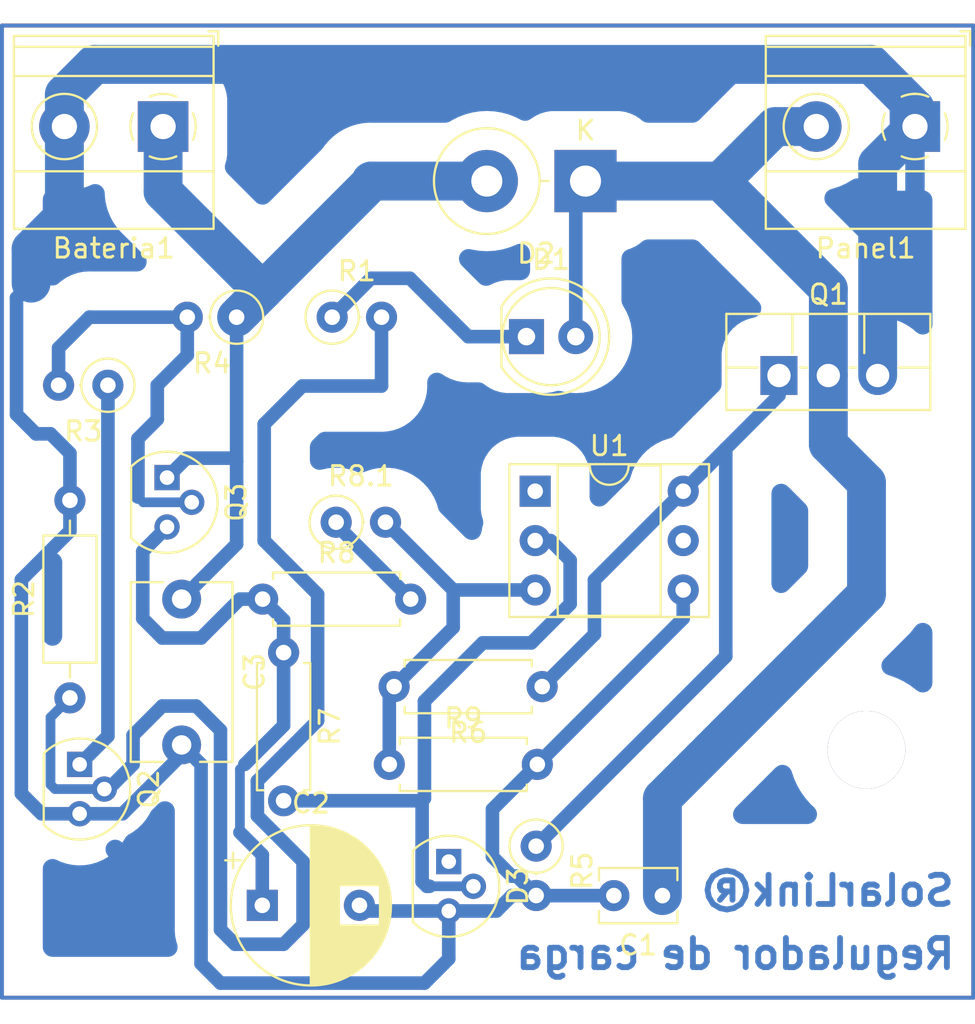
<source format=kicad_pcb>
(kicad_pcb (version 20211014) (generator pcbnew)
  (layers (0 "F.Cu" signal) (31 "B.Cu" signal) (34 "B.Paste" user) (35 "F.Paste" user) (36 "B.SilkS" user "B.Silkscreen") (37 "F.SilkS" user "F.Silkscreen") (38 "B.Mask" user) (39 "F.Mask" user) (44 "Edge.Cuts" user))
  (net 0 "")
  (net 1 "Net-(Bateria1-Pad1)")
  (net 2 "GND")
  (net 3 "Net-(D1-Pad1)")
  (net 4 "Net-(C1-Pad1)")
  (net 5 "Net-(C2-Pad1)")
  (net 6 "Net-(D3-Pad2)")
  (net 7 "Net-(Q2-Pad1)")
  (net 8 "Net-(Q1-Pad1)")
  (net 9 "Net-(Q2-Pad2)")
  (net 10 "Net-(Q3-Pad2)")
  (net 11 "Net-(R8-Pad2)")
  (net 13 "Net-(R9-Pad1)")
  (footprint "Capacitor_THT:C_Disc_D3.8mm_W2.6mm_P2.50mm" (layer "F.Cu") (at 66 75.75 180)
    (fp_text reference "C1" (at 1.25 -2.55) (layer "F.SilkS"))
    (fp_text value "100n")
    (fp_line (start -0.77 -1.42) (end 3.27 -1.42) (layer "F.SilkS") (width 0.12))
    (fp_line (start -0.77 1.42) (end 3.27 1.42) (layer "F.SilkS") (width 0.12))
    (fp_line (start 3.27 -1.42) (end 3.27 -0.795) (layer "F.SilkS") (width 0.12))
    (fp_line (start -0.77 0.795) (end -0.77 1.42) (layer "F.SilkS") (width 0.12))
    (fp_line (start -0.77 -1.42) (end -0.77 -0.795) (layer "F.SilkS") (width 0.12))
    (fp_line (start 3.27 0.795) (end 3.27 1.42) (layer "F.SilkS") (width 0.12))
    (pad "1" thru_hole circle (at 0 0 180) (size 1.6 1.6) (drill 0.8) (layers *.Cu *.Mask) (net 4 "Net-(C1-Pad1)"))
    (pad "2" thru_hole circle (at 2.5 0 180) (size 1.6 1.6) (drill 0.8) (layers *.Cu *.Mask) (net 2 "GND"))
  )
  (footprint "Package_DIP:DIP-6_W7.62mm_Socket" (layer "F.Cu") (at 59.45 54.95)
    (fp_text reference "U1" (at 3.81 -2.33) (layer "F.SilkS"))
    (fp_text value "TLC271")
    (fp_line (start 1.16 6.41) (end 6.46 6.41) (layer "F.SilkS") (width 0.12))
    (fp_line (start 6.46 -1.33) (end 4.81 -1.33) (layer "F.SilkS") (width 0.12))
    (fp_line (start 6.46 6.41) (end 6.46 -1.33) (layer "F.SilkS") (width 0.12))
    (fp_line (start 2.81 -1.33) (end 1.16 -1.33) (layer "F.SilkS") (width 0.12))
    (fp_line (start 8.95 6.47) (end 8.95 -1.39) (layer "F.SilkS") (width 0.12))
    (fp_line (start 1.16 -1.33) (end 1.16 6.41) (layer "F.SilkS") (width 0.12))
    (fp_line (start 8.95 -1.39) (end -1.33 -1.39) (layer "F.SilkS") (width 0.12))
    (fp_line (start -1.33 6.47) (end 8.95 6.47) (layer "F.SilkS") (width 0.12))
    (fp_line (start -1.33 -1.39) (end -1.33 6.47) (layer "F.SilkS") (width 0.12))
    (fp_arc (start 4.81 -1.33) (mid 3.81 -0.33) (end 2.81 -1.33) (layer "F.SilkS") (width 0.12))
    (pad "1" thru_hole rect (at 0 0) (size 1.6 1.6) (drill 0.8) (layers *.Cu *.Mask))
    (pad "2" thru_hole oval (at 0 2.54) (size 1.6 1.6) (drill 0.8) (layers *.Cu *.Mask) (net 6 "Net-(D3-Pad2)"))
    (pad "3" thru_hole oval (at 0 5.08) (size 1.6 1.6) (drill 0.8) (layers *.Cu *.Mask) (net 13 "Net-(R9-Pad1)"))
    (pad "4" thru_hole oval (at 7.62 5.08) (size 1.6 1.6) (drill 0.8) (layers *.Cu *.Mask) (net 2 "GND"))
    (pad "5" thru_hole oval (at 7.62 2.54) (size 1.6 1.6) (drill 0.8) (layers *.Cu *.Mask))
    (pad "6" thru_hole oval (at 7.62 0) (size 1.6 1.6) (drill 0.8) (layers *.Cu *.Mask) (net 8 "Net-(Q1-Pad1)"))
  )
  (footprint "Package_TO_SOT_THT:TO-92" (layer "F.Cu") (at 36 69 -90)
    (fp_text reference "Q2" (at 1.27 -3.56 90) (layer "F.SilkS"))
    (fp_text value "BC548")
    (fp_line (start -0.53 1.85) (end 3.07 1.85) (layer "F.SilkS") (width 0.12))
    (fp_arc (start 1.27 -2.6) (mid 3.672087 -0.994977) (end 3.108478 1.838478) (layer "F.SilkS") (width 0.12))
    (fp_arc (start -0.568478 1.838478) (mid -1.132087 -0.994977) (end 1.27 -2.6) (layer "F.SilkS") (width 0.12))
    (pad "1" thru_hole rect (at 0 0 270) (size 1.3 1.3) (drill 0.75) (layers *.Cu *.Mask) (net 7 "Net-(Q2-Pad1)"))
    (pad "2" thru_hole circle (at 1.27 -1.27 270) (size 1.3 1.3) (drill 0.75) (layers *.Cu *.Mask) (net 9 "Net-(Q2-Pad2)"))
    (pad "3" thru_hole circle (at 2.54 0 270) (size 1.3 1.3) (drill 0.75) (layers *.Cu *.Mask) (net 2 "GND"))
  )
  (footprint "Resistor_THT:R_Axial_DIN0207_L6.3mm_D2.5mm_P7.62mm_Horizontal" (layer "F.Cu") (at 59.81 65 180)
    (fp_text reference "R6" (at 3.81 -2.37) (layer "F.SilkS"))
    (fp_text value "22Ok")
    (fp_line (start 0.54 -1.37) (end 7.08 -1.37) (layer "F.SilkS") (width 0.12))
    (fp_line (start 0.54 -1.04) (end 0.54 -1.37) (layer "F.SilkS") (width 0.12))
    (fp_line (start 0.54 1.04) (end 0.54 1.37) (layer "F.SilkS") (width 0.12))
    (fp_line (start 0.54 1.37) (end 7.08 1.37) (layer "F.SilkS") (width 0.12))
    (fp_line (start 7.08 1.37) (end 7.08 1.04) (layer "F.SilkS") (width 0.12))
    (fp_line (start 7.08 -1.37) (end 7.08 -1.04) (layer "F.SilkS") (width 0.12))
    (pad "1" thru_hole circle (at 0 0 180) (size 1.6 1.6) (drill 0.8) (layers *.Cu *.Mask) (net 8 "Net-(Q1-Pad1)"))
    (pad "2" thru_hole oval (at 7.62 0 180) (size 1.6 1.6) (drill 0.8) (layers *.Cu *.Mask) (net 13 "Net-(R9-Pad1)"))
  )
  (footprint "Resistor_THT:R_Axial_DIN0207_L6.3mm_D2.5mm_P2.54mm_Vertical" (layer "F.Cu") (at 44.08 46 180)
    (fp_text reference "R4" (at 1.27 -2.37 180) (layer "F.SilkS"))
    (fp_text value "10k")
    (fp_line (start 1.37 0) (end 1.44 0) (layer "F.SilkS") (width 0.12))
    (fp_circle (center 0 0) (end 1.37 0) (layer "F.SilkS") (width 0.12) (fill none))
    (pad "1" thru_hole circle (at 0 0 180) (size 1.6 1.6) (drill 0.8) (layers *.Cu *.Mask) (net 1 "Net-(Bateria1-Pad1)"))
    (pad "2" thru_hole oval (at 2.54 0 180) (size 1.6 1.6) (drill 0.8) (layers *.Cu *.Mask) (net 10 "Net-(Q3-Pad2)"))
  )
  (footprint "Capacitor_THT:CP_Radial_D8.0mm_P5.00mm" (layer "F.Cu") (at 45.402651 76.25)
    (fp_text reference "C2" (at 2.5 -5.25) (layer "F.SilkS"))
    (fp_text value "1000u")
    (fp_line (start 2.98 -4.052) (end 2.98 4.052) (layer "F.SilkS") (width 0.12))
    (fp_line (start 5.981 -2.166) (end 5.981 -1.04) (layer "F.SilkS") (width 0.12))
    (fp_line (start 5.221 -3.055) (end 5.221 -1.04) (layer "F.SilkS") (width 0.12))
    (fp_line (start 5.701 -2.556) (end 5.701 -1.04) (layer "F.SilkS") (width 0.12))
    (fp_line (start 5.141 1.04) (end 5.141 3.124) (layer "F.SilkS") (width 0.12))
    (fp_line (start 5.141 -3.124) (end 5.141 -1.04) (layer "F.SilkS") (width 0.12))
    (fp_line (start 4.741 1.04) (end 4.741 3.418) (layer "F.SilkS") (width 0.12))
    (fp_line (start 3.981 -3.805) (end 3.981 -1.04) (layer "F.SilkS") (width 0.12))
    (fp_line (start 4.141 -3.74) (end 4.141 -1.04) (layer "F.SilkS") (width 0.12))
    (fp_line (start 3.261 -4.01) (end 3.261 4.01) (layer "F.SilkS") (width 0.12))
    (fp_line (start 4.141 1.04) (end 4.141 3.74) (layer "F.SilkS") (width 0.12))
    (fp_line (start 3.301 -4.002) (end 3.301 4.002) (layer "F.SilkS") (width 0.12))
    (fp_line (start 5.061 -3.189) (end 5.061 -1.04) (layer "F.SilkS") (width 0.12))
    (fp_line (start 2.82 -4.068) (end 2.82 4.068) (layer "F.SilkS") (width 0.12))
    (fp_line (start 6.181 -1.813) (end 6.181 1.813) (layer "F.SilkS") (width 0.12))
    (fp_line (start 3.341 -3.994) (end 3.341 3.994) (layer "F.SilkS") (width 0.12))
    (fp_line (start 4.101 -3.757) (end 4.101 -1.04) (layer "F.SilkS") (width 0.12))
    (fp_line (start 5.021 -3.22) (end 5.021 -1.04) (layer "F.SilkS") (width 0.12))
    (fp_line (start 5.981 1.04) (end 5.981 2.166) (layer "F.SilkS") (width 0.12))
    (fp_line (start 5.781 -2.454) (end 5.781 -1.04) (layer "F.SilkS") (width 0.12))
    (fp_line (start 2.66 -4.077) (end 2.66 4.077) (layer "F.SilkS") (width 0.12))
    (fp_line (start 4.861 1.04) (end 4.861 3.338) (layer "F.SilkS") (width 0.12))
    (fp_line (start 6.021 -2.102) (end 6.021 -1.04) (layer "F.SilkS") (width 0.12))
    (fp_line (start 5.661 1.04) (end 5.661 2.604) (layer "F.SilkS") (width 0.12))
    (fp_line (start 4.181 -3.722) (end 4.181 -1.04) (layer "F.SilkS") (width 0.12))
    (fp_line (start 5.381 -2.907) (end 5.381 -1.04) (layer "F.SilkS") (width 0.12))
    (fp_line (start 6.421 -1.229) (end 6.421 1.229) (layer "F.SilkS") (width 0.12))
    (fp_line (start 2.9 -4.061) (end 2.9 4.061) (layer "F.SilkS") (width 0.12))
    (fp_line (start 4.941 1.04) (end 4.941 3.28) (layer "F.SilkS") (width 0.12))
    (fp_line (start 4.861 -3.338) (end 4.861 -1.04) (layer "F.SilkS") (width 0.12))
    (fp_line (start 4.901 1.04) (end 4.901 3.309) (layer "F.SilkS") (width 0.12))
    (fp_line (start 4.821 1.04) (end 4.821 3.365) (layer "F.SilkS") (width 0.12))
    (fp_line (start 5.461 -2.826) (end 5.461 -1.04) (layer "F.SilkS") (width 0.12))
    (fp_line (start 4.581 1.04) (end 4.581 3.517) (layer "F.SilkS") (width 0.12))
    (fp_line (start 4.101 1.04) (end 4.101 3.757) (layer "F.SilkS") (width 0.12))
    (fp_line (start 3.861 -3.85) (end 3.861 3.85) (layer "F.SilkS") (width 0.12))
    (fp_line (start 2.94 -4.057) (end 2.94 4.057) (layer "F.SilkS") (width 0.12))
    (fp_line (start 5.381 1.04) (end 5.381 2.907) (layer "F.SilkS") (width 0.12))
    (fp_line (start 3.541 -3.947) (end 3.541 3.947) (layer "F.SilkS") (width 0.12))
    (fp_line (start 6.461 -1.098) (end 6.461 1.098) (layer "F.SilkS") (width 0.12))
    (fp_line (start 5.861 -2.345) (end 5.861 -1.04) (layer "F.SilkS") (width 0.12))
    (fp_line (start 2.54 -4.08) (end 2.54 4.08) (layer "F.SilkS") (width 0.12))
    (fp_line (start 3.821 -3.863) (end 3.821 3.863) (layer "F.SilkS") (width 0.12))
    (fp_line (start -1.509698 -2.715) (end -1.509698 -1.915) (layer "F.SilkS") (width 0.12))
    (fp_line (start 4.821 -3.365) (end 4.821 -1.04) (layer "F.SilkS") (width 0.12))
    (fp_line (start 6.301 -1.552) (end 6.301 1.552) (layer "F.SilkS") (width 0.12))
    (fp_line (start 5.541 1.04) (end 5.541 2.741) (layer "F.SilkS") (width 0.12))
    (fp_line (start 4.661 -3.469) (end 4.661 -1.04) (layer "F.SilkS") (width 0.12))
    (fp_line (start 4.981 -3.25) (end 4.981 -1.04) (layer "F.SilkS") (width 0.12))
    (fp_line (start 5.581 1.04) (end 5.581 2.697) (layer "F.SilkS") (width 0.12))
    (fp_line (start 5.341 -2.945) (end 5.341 -1.04) (layer "F.SilkS") (width 0.12))
    (fp_line (start 5.101 -3.156) (end 5.101 -1.04) (layer "F.SilkS") (width 0.12))
    (fp_line (start 5.181 -3.09) (end 5.181 -1.04) (layer "F.SilkS") (width 0.12))
    (fp_line (start 5.101 1.04) (end 5.101 3.156) (layer "F.SilkS") (width 0.12))
    (fp_line (start 4.261 -3.686) (end 4.261 -1.04) (layer "F.SilkS") (width 0.12))
    (fp_line (start 4.341 -3.647) (end 4.341 -1.04) (layer "F.SilkS") (width 0.12))
    (fp_line (start 5.501 -2.784) (end 5.501 -1.04) (layer "F.SilkS") (width 0.12))
    (fp_line (start 6.541 -0.768) (end 6.541 0.768) (layer "F.SilkS") (width 0.12))
    (fp_line (start 3.581 -3.936) (end 3.581 3.936) (layer "F.SilkS") (width 0.12))
    (fp_line (start 6.061 -2.034) (end 6.061 2.034) (layer "F.SilkS") (width 0.12))
    (fp_line (start 3.221 -4.017) (end 3.221 4.017) (layer "F.SilkS") (width 0.12))
    (fp_line (start 5.741 1.04) (end 5.741 2.505) (layer "F.SilkS") (width 0.12))
    (fp_line (start 3.18 -4.024) (end 3.18 4.024) (layer "F.SilkS") (width 0.12))
    (fp_line (start 2.62 -4.079) (end 2.62 4.079) (layer "F.SilkS") (width 0.12))
    (fp_line (start 5.621 -2.651) (end 5.621 -1.04) (layer "F.SilkS") (width 0.12))
    (fp_line (start 3.701 -3.902) (end 3.701 3.902) (layer "F.SilkS") (width 0.12))
    (fp_line (start 5.581 -2.697) (end 5.581 -1.04) (layer "F.SilkS") (width 0.12))
    (fp_line (start 4.781 -3.392) (end 4.781 -1.04) (layer "F.SilkS") (width 0.12))
    (fp_line (start 4.261 1.04) (end 4.261 3.686) (layer "F.SilkS") (width 0.12))
    (fp_line (start 4.421 -3.606) (end 4.421 -1.04) (layer "F.SilkS") (width 0.12))
    (fp_line (start 6.221 -1.731) (end 6.221 1.731) (layer "F.SilkS") (width 0.12))
    (fp_line (start 5.781 1.04) (end 5.781 2.454) (layer "F.SilkS") (width 0.12))
    (fp_line (start -1.909698 -2.315) (end -1.109698 -2.315) (layer "F.SilkS") (width 0.12))
    (fp_line (start 6.381 -1.346) (end 6.381 1.346) (layer "F.SilkS") (width 0.12))
    (fp_line (start 4.541 1.04) (end 4.541 3.54) (layer "F.SilkS") (width 0.12))
    (fp_line (start 5.821 1.04) (end 5.821 2.4) (layer "F.SilkS") (width 0.12))
    (fp_line (start 5.061 1.04) (end 5.061 3.189) (layer "F.SilkS") (width 0.12))
    (fp_line (start 4.941 -3.28) (end 4.941 -1.04) (layer "F.SilkS") (width 0.12))
    (fp_line (start 5.181 1.04) (end 5.181 3.09) (layer "F.SilkS") (width 0.12))
    (fp_line (start 4.501 1.04) (end 4.501 3.562) (layer "F.SilkS") (width 0.12))
    (fp_line (start 5.661 -2.604) (end 5.661 -1.04) (layer "F.SilkS") (width 0.12))
    (fp_line (start 5.341 1.04) (end 5.341 2.945) (layer "F.SilkS") (width 0.12))
    (fp_line (start 5.541 -2.741) (end 5.541 -1.04) (layer "F.SilkS") (width 0.12))
    (fp_line (start 3.02 -4.048) (end 3.02 4.048) (layer "F.SilkS") (width 0.12))
    (fp_line (start 5.461 1.04) (end 5.461 2.826) (layer "F.SilkS") (width 0.12))
    (fp_line (start 3.381 -3.985) (end 3.381 3.985) (layer "F.SilkS") (width 0.12))
    (fp_line (start 5.301 1.04) (end 5.301 2.983) (layer "F.SilkS") (width 0.12))
    (fp_line (start 3.421 -3.976) (end 3.421 3.976) (layer "F.SilkS") (width 0.12))
    (fp_line (start 4.901 -3.309) (end 4.901 -1.04) (layer "F.SilkS") (width 0.12))
    (fp_line (start 4.741 -3.418) (end 4.741 -1.04) (layer "F.SilkS") (width 0.12))
    (fp_line (start 4.581 -3.517) (end 4.581 -1.04) (layer "F.SilkS") (width 0.12))
    (fp_line (start 4.701 1.04) (end 4.701 3.444) (layer "F.SilkS") (width 0.12))
    (fp_line (start 4.341 1.04) (end 4.341 3.647) (layer "F.SilkS") (width 0.12))
    (fp_line (start 4.621 -3.493) (end 4.621 -1.04) (layer "F.SilkS") (width 0.12))
    (fp_line (start 4.021 1.04) (end 4.021 3.79) (layer "F.SilkS") (width 0.12))
    (fp_line (start 5.421 -2.867) (end 5.421 -1.04) (layer "F.SilkS") (width 0.12))
    (fp_line (start 3.06 -4.042) (end 3.06 4.042) (layer "F.SilkS") (width 0.12))
    (fp_line (start 2.78 -4.071) (end 2.78 4.071) (layer "F.SilkS") (width 0.12))
    (fp_line (start 4.021 -3.79) (end 4.021 -1.04) (layer "F.SilkS") (width 0.12))
    (fp_line (start 6.261 -1.645) (end 6.261 1.645) (layer "F.SilkS") (width 0.12))
    (fp_line (start 5.261 1.04) (end 5.261 3.019) (layer "F.SilkS") (width 0.12))
    (fp_line (start 4.981 1.04) (end 4.981 3.25) (layer "F.SilkS") (width 0.12))
    (fp_line (start 4.621 1.04) (end 4.621 3.493) (layer "F.SilkS") (width 0.12))
    (fp_line (start 5.821 -2.4) (end 5.821 -1.04) (layer "F.SilkS") (width 0.12))
    (fp_line (start 5.741 -2.505) (end 5.741 -1.04) (layer "F.SilkS") (width 0.12))
    (fp_line (start 5.261 -3.019) (end 5.261 -1.04) (layer "F.SilkS") (width 0.12))
    (fp_line (start 4.421 1.04) (end 4.421 3.606) (layer "F.SilkS") (width 0.12))
    (fp_line (start 6.141 -1.89) (end 6.141 1.89) (layer "F.SilkS") (width 0.12))
    (fp_line (start 4.301 -3.666) (end 4.301 -1.04) (layer "F.SilkS") (width 0.12))
    (fp_line (start 6.341 -1.453) (end 6.341 1.453) (layer "F.SilkS") (width 0.12))
    (fp_line (start 3.501 -3.957) (end 3.501 3.957) (layer "F.SilkS") (width 0.12))
    (fp_line (start 5.941 -2.228) (end 5.941 -1.04) (layer "F.SilkS") (width 0.12))
    (fp_line (start 5.901 -2.287) (end 5.901 -1.04) (layer "F.SilkS") (width 0.12))
    (fp_line (start 5.861 1.04) (end 5.861 2.345) (layer "F.SilkS") (width 0.12))
    (fp_line (start 5.501 1.04) (end 5.501 2.784) (layer "F.SilkS") (width 0.12))
    (fp_line (start 4.221 -3.704) (end 4.221 -1.04) (layer "F.SilkS") (width 0.12))
    (fp_line (start 3.461 -3.967) (end 3.461 3.967) (layer "F.SilkS") (width 0.12))
    (fp_line (start 5.421 1.04) (end 5.421 2.867) (layer "F.SilkS") (width 0.12))
    (fp_line (start 3.781 -3.877) (end 3.781 3.877) (layer "F.SilkS") (width 0.12))
    (fp_line (start 4.781 1.04) (end 4.781 3.392) (layer "F.SilkS") (width 0.12))
    (fp_line (start 4.701 -3.444) (end 4.701 -1.04) (layer "F.SilkS") (width 0.12))
    (fp_line (start 5.941 1.04) (end 5.941 2.228) (layer "F.SilkS") (width 0.12))
    (fp_line (start 6.101 -1.964) (end 6.101 1.964) (layer "F.SilkS") (width 0.12))
    (fp_line (start 5.221 1.04) (end 5.221 3.055) (layer "F.SilkS") (width 0.12))
    (fp_line (start 4.381 -3.627) (end 4.381 -1.04) (layer "F.SilkS") (width 0.12))
    (fp_line (start 4.301 1.04) (end 4.301 3.666) (layer "F.SilkS") (width 0.12))
    (fp_line (start 5.021 1.04) (end 5.021 3.22) (layer "F.SilkS") (width 0.12))
    (fp_line (start 4.541 -3.54) (end 4.541 -1.04) (layer "F.SilkS") (width 0.12))
    (fp_line (start 2.74 -4.074) (end 2.74 4.074) (layer "F.SilkS") (width 0.12))
    (fp_line (start 4.461 1.04) (end 4.461 3.584) (layer "F.SilkS") (width 0.12))
    (fp_line (start 5.301 -2.983) (end 5.301 -1.04) (layer "F.SilkS") (width 0.12))
    (fp_line (start 4.181 1.04) (end 4.181 3.722) (layer "F.SilkS") (width 0.12))
    (fp_line (start 4.061 1.04) (end 4.061 3.774) (layer "F.SilkS") (width 0.12))
    (fp_line (start 6.021 1.04) (end 6.021 2.102) (layer "F.SilkS") (width 0.12))
    (fp_line (start 3.941 -3.821) (end 3.941 3.821) (layer "F.SilkS") (width 0.12))
    (fp_line (start 5.901 1.04) (end 5.901 2.287) (layer "F.SilkS") (width 0.12))
    (fp_line (start 4.661 1.04) (end 4.661 3.469) (layer "F.SilkS") (width 0.12))
    (fp_line (start 2.58 -4.08) (end 2.58 4.08) (layer "F.SilkS") (width 0.12))
    (fp_line (start 5.621 1.04) (end 5.621 2.651) (layer "F.SilkS") (width 0.12))
    (fp_line (start 6.501 -0.948) (end 6.501 0.948) (layer "F.SilkS") (width 0.12))
    (fp_line (start 4.461 -3.584) (end 4.461 -1.04) (layer "F.SilkS") (width 0.12))
    (fp_line (start 4.221 1.04) (end 4.221 3.704) (layer "F.SilkS") (width 0.12))
    (fp_line (start 2.5 -4.08) (end 2.5 4.08) (layer "F.SilkS") (width 0.12))
    (fp_line (start 4.381 1.04) (end 4.381 3.627) (layer "F.SilkS") (width 0.12))
    (fp_line (start 2.86 -4.065) (end 2.86 4.065) (layer "F.SilkS") (width 0.12))
    (fp_line (start 6.581 -0.533) (end 6.581 0.533) (layer "F.SilkS") (width 0.12))
    (fp_line (start 3.981 1.04) (end 3.981 3.805) (layer "F.SilkS") (width 0.12))
    (fp_line (start 3.741 -3.889) (end 3.741 3.889) (layer "F.SilkS") (width 0.12))
    (fp_line (start 2.7 -4.076) (end 2.7 4.076) (layer "F.SilkS") (width 0.12))
    (fp_line (start 3.1 -4.037) (end 3.1 4.037) (layer "F.SilkS") (width 0.12))
    (fp_line (start 3.621 -3.925) (end 3.621 3.925) (layer "F.SilkS") (width 0.12))
    (fp_line (start 3.14 -4.03) (end 3.14 4.03) (layer "F.SilkS") (width 0.12))
    (fp_line (start 4.501 -3.562) (end 4.501 -1.04) (layer "F.SilkS") (width 0.12))
    (fp_line (start 3.661 -3.914) (end 3.661 3.914) (layer "F.SilkS") (width 0.12))
    (fp_line (start 3.901 -3.835) (end 3.901 3.835) (layer "F.SilkS") (width 0.12))
    (fp_line (start 5.701 1.04) (end 5.701 2.556) (layer "F.SilkS") (width 0.12))
    (fp_line (start 4.061 -3.774) (end 4.061 -1.04) (layer "F.SilkS") (width 0.12))
    (fp_circle (center 2.5 0) (end 6.62 0) (layer "F.SilkS") (width 0.12) (fill none))
    (pad "1" thru_hole rect (at 0 0) (size 1.6 1.6) (drill 0.8) (layers *.Cu *.Mask) (net 5 "Net-(C2-Pad1)"))
    (pad "2" thru_hole circle (at 5 0) (size 1.6 1.6) (drill 0.8) (layers *.Cu *.Mask) (net 2 "GND"))
  )
  (footprint "Resistor_THT:R_Axial_DIN0207_L6.3mm_D2.5mm_P7.62mm_Horizontal" (layer "F.Cu") (at 46.5 63.25 -90)
    (fp_text reference "R7" (at 3.81 -2.37 90) (layer "F.SilkS"))
    (fp_text value "100k")
    (fp_line (start 7.08 -1.37) (end 7.08 -1.04) (layer "F.SilkS") (width 0.12))
    (fp_line (start 7.08 1.37) (end 7.08 1.04) (layer "F.SilkS") (width 0.12))
    (fp_line (start 0.54 -1.37) (end 7.08 -1.37) (layer "F.SilkS") (width 0.12))
    (fp_line (start 0.54 1.04) (end 0.54 1.37) (layer "F.SilkS") (width 0.12))
    (fp_line (start 0.54 -1.04) (end 0.54 -1.37) (layer "F.SilkS") (width 0.12))
    (fp_line (start 0.54 1.37) (end 7.08 1.37) (layer "F.SilkS") (width 0.12))
    (pad "1" thru_hole circle (at 0 0 270) (size 1.6 1.6) (drill 0.8) (layers *.Cu *.Mask) (net 5 "Net-(C2-Pad1)"))
    (pad "2" thru_hole oval (at 7.62 0 270) (size 1.6 1.6) (drill 0.8) (layers *.Cu *.Mask) (net 6 "Net-(D3-Pad2)"))
  )
  (footprint "Diode_THT:D_DO-201AD_P5.08mm_Vertical_KathodeUp" (layer "F.Cu") (at 62.04 39 180)
    (fp_text reference "D2" (at 2.54 -3.72) (layer "F.SilkS"))
    (fp_text value "SB540")
    (fp_text user "K" (at 0 2.6) (layer "F.SilkS"))
    (fp_line (start 2.36 0) (end 1.9 0) (layer "F.SilkS") (width 0.12))
    (fp_circle (center 5.08 0) (end 7.8 0) (layer "F.SilkS") (width 0.12) (fill none))
    (pad "1" thru_hole rect (at 0 0 180) (size 3.2 3.2) (drill 1.6) (layers *.Cu *.Mask) (net 4 "Net-(C1-Pad1)"))
    (pad "2" thru_hole oval (at 5.08 0 180) (size 3.2 3.2) (drill 1.6) (layers *.Cu *.Mask) (net 1 "Net-(Bateria1-Pad1)"))
  )
  (footprint "TerminalBlock_Phoenix:TerminalBlock_Phoenix_MKDS-1,5-2-5.08_1x02_P5.08mm_Horizontal" (layer "F.Cu") (at 79 36.195 180)
    (fp_text reference "Panel1" (at 2.54 -6.26) (layer "F.SilkS"))
    (fp_text value "Conn_01x02")
    (fp_line (start 3.853 1.023) (end 3.806 1.069) (layer "F.SilkS") (width 0.12))
    (fp_line (start 6.15 -1.275) (end 6.115 -1.239) (layer "F.SilkS") (width 0.12))
    (fp_line (start -2.84 4.16) (end -2.84 4.9) (layer "F.SilkS") (width 0.12))
    (fp_line (start 7.68 -5.261) (end 7.68 4.66) (layer "F.SilkS") (width 0.12))
    (fp_line (start -2.6 -2.301) (end 7.68 -2.301) (layer "F.SilkS") (width 0.12))
    (fp_line (start -2.6 2.6) (end 7.68 2.6) (layer "F.SilkS") (width 0.12))
    (fp_line (start -2.6 4.66) (end 7.68 4.66) (layer "F.SilkS") (width 0.12))
    (fp_line (start -2.6 -5.261) (end 7.68 -5.261) (layer "F.SilkS") (width 0.12))
    (fp_line (start -2.84 4.9) (end -2.34 4.9) (layer "F.SilkS") (width 0.12))
    (fp_line (start -2.6 -5.261) (end -2.6 4.66) (layer "F.SilkS") (width 0.12))
    (fp_line (start 6.355 -1.069) (end 6.308 -1.023) (layer "F.SilkS") (width 0.12))
    (fp_line (start 4.046 1.239) (end 4.011 1.274) (layer "F.SilkS") (width 0.12))
    (fp_line (start -2.6 4.1) (end 7.68 4.1) (layer "F.SilkS") (width 0.12))
    (fp_arc (start -1.535427 0.683042) (mid -1.680501 -0.000524) (end -1.535 -0.684) (layer "F.SilkS") (width 0.12))
    (fp_arc (start 0.683318 1.534756) (mid 0.349292 1.643288) (end 0 1.68) (layer "F.SilkS") (width 0.12))
    (fp_arc (start -0.683042 -1.535427) (mid 0.000524 -1.680501) (end 0.684 -1.535) (layer "F.SilkS") (width 0.12))
    (fp_arc (start 0.028805 1.680253) (mid -0.335551 1.646659) (end -0.684 1.535) (layer "F.SilkS") (width 0.12))
    (fp_arc (start 1.535427 -0.683042) (mid 1.680501 0.000524) (end 1.535 0.684) (layer "F.SilkS") (width 0.12))
    (fp_circle (center 5.08 0) (end 6.76 0) (layer "F.SilkS") (width 0.12) (fill none))
    (pad "1" thru_hole rect (at 0 0 180) (size 2.6 2.6) (drill 1.3) (layers *.Cu *.Mask) (net 2 "GND"))
    (pad "2" thru_hole circle (at 5.08 0 180) (size 2.6 2.6) (drill 1.3) (layers *.Cu *.Mask) (net 4 "Net-(C1-Pad1)"))
  )
  (footprint "Capacitor_THT:C_Disc_D9.0mm_W5.0mm_P7.50mm" (layer "F.Cu") (at 41.25 60.5 -90)
    (fp_text reference "C3" (at 3.75 -3.75 -90) (layer "F.SilkS"))
    (fp_text value "100n")
    (fp_line (start -0.87 2.62) (end 8.37 2.62) (layer "F.SilkS") (width 0.12))
    (fp_line (start 8.37 0.946) (end 8.37 2.62) (layer "F.SilkS") (width 0.12))
    (fp_line (start -0.87 0.946) (end -0.87 2.62) (layer "F.SilkS") (width 0.12))
    (fp_line (start -0.87 -2.62) (end 8.37 -2.62) (layer "F.SilkS") (width 0.12))
    (fp_line (start 8.37 -2.62) (end 8.37 -0.946) (layer "F.SilkS") (width 0.12))
    (fp_line (start -0.87 -2.62) (end -0.87 -0.946) (layer "F.SilkS") (width 0.12))
    (pad "1" thru_hole circle (at 0 0 270) (size 2 2) (drill 1) (layers *.Cu *.Mask) (net 1 "Net-(Bateria1-Pad1)"))
    (pad "2" thru_hole circle (at 7.5 0 270) (size 2 2) (drill 1) (layers *.Cu *.Mask) (net 2 "GND"))
  )
  (footprint "Resistor_THT:R_Axial_DIN0207_L6.3mm_D2.5mm_P2.54mm_Vertical" (layer "F.Cu") (at 49.205 56.545)
    (fp_text reference "R8.1" (at 1.27 -2.37) (layer "F.SilkS"))
    (fp_text value "10k")
    (fp_line (start 1.37 0) (end 1.44 0) (layer "F.SilkS") (width 0.12))
    (fp_circle (center 0 0) (end 1.37 0) (layer "F.SilkS") (width 0.12) (fill none))
    (pad "1" thru_hole circle (at 0 0) (size 1.6 1.6) (drill 0.8) (layers *.Cu *.Mask) (net 11 "Net-(R8-Pad2)"))
    (pad "2" thru_hole oval (at 2.54 0) (size 1.6 1.6) (drill 0.8) (layers *.Cu *.Mask) (net 13 "Net-(R9-Pad1)"))
  )
  (footprint "Resistor_THT:R_Axial_DIN0207_L6.3mm_D2.5mm_P2.54mm_Vertical" (layer "F.Cu") (at 49 46)
    (fp_text reference "R1" (at 1.27 -2.37) (layer "F.SilkS"))
    (fp_text value "1k5")
    (fp_line (start 1.37 0) (end 1.44 0) (layer "F.SilkS") (width 0.12))
    (fp_circle (center 0 0) (end 1.37 0) (layer "F.SilkS") (width 0.12) (fill none))
    (pad "1" thru_hole circle (at 0 0) (size 1.6 1.6) (drill 0.8) (layers *.Cu *.Mask) (net 3 "Net-(D1-Pad1)"))
    (pad "2" thru_hole oval (at 2.54 0) (size 1.6 1.6) (drill 0.8) (layers *.Cu *.Mask) (net 9 "Net-(Q2-Pad2)"))
  )
  (footprint "Resistor_THT:R_Axial_DIN0207_L6.3mm_D2.5mm_P7.62mm_Horizontal" (layer "F.Cu") (at 45.42 60.5)
    (fp_text reference "R8" (at 3.81 -2.37) (layer "F.SilkS"))
    (fp_text value "82k")
    (fp_line (start 7.08 1.37) (end 7.08 1.04) (layer "F.SilkS") (width 0.12))
    (fp_line (start 0.54 -1.37) (end 7.08 -1.37) (layer "F.SilkS") (width 0.12))
    (fp_line (start 0.54 1.37) (end 7.08 1.37) (layer "F.SilkS") (width 0.12))
    (fp_line (start 0.54 1.04) (end 0.54 1.37) (layer "F.SilkS") (width 0.12))
    (fp_line (start 7.08 -1.37) (end 7.08 -1.04) (layer "F.SilkS") (width 0.12))
    (fp_line (start 0.54 -1.04) (end 0.54 -1.37) (layer "F.SilkS") (width 0.12))
    (pad "1" thru_hole circle (at 0 0) (size 1.6 1.6) (drill 0.8) (layers *.Cu *.Mask) (net 5 "Net-(C2-Pad1)"))
    (pad "2" thru_hole oval (at 7.62 0) (size 1.6 1.6) (drill 0.8) (layers *.Cu *.Mask) (net 11 "Net-(R8-Pad2)"))
  )
  (footprint "Package_TO_SOT_THT:TO-220F-3_Vertical" (layer "F.Cu") (at 72 49)
    (fp_text reference "Q1" (at 2.54 -4.1675) (layer "F.SilkS"))
    (fp_text value "BUZ11")
    (fp_line (start 1.103 -0.408) (end 1.438 -0.408) (layer "F.SilkS") (width 0.12))
    (fp_line (start -2.71 -3.168) (end -2.71 1.773) (layer "F.SilkS") (width 0.12))
    (fp_line (start 3.643 -0.408) (end 3.978 -0.408) (layer "F.SilkS") (width 0.12))
    (fp_line (start -2.71 -0.408) (end -1.103 -0.408) (layer "F.SilkS") (width 0.12))
    (fp_line (start -2.71 -3.168) (end 7.79 -3.168) (layer "F.SilkS") (width 0.12))
    (fp_line (start -2.71 1.773) (end 7.79 1.773) (layer "F.SilkS") (width 0.12))
    (fp_line (start 4.391 -3.168) (end 4.391 -1.15) (layer "F.SilkS") (width 0.12))
    (fp_line (start 6.183 -0.408) (end 7.79 -0.408) (layer "F.SilkS") (width 0.12))
    (fp_line (start 7.79 -3.168) (end 7.79 1.773) (layer "F.SilkS") (width 0.12))
    (fp_line (start 0.69 -3.168) (end 0.69 -1.15) (layer "F.SilkS") (width 0.12))
    (pad "1" thru_hole rect (at 0 0) (size 1.905 2) (drill 1.2) (layers *.Cu *.Mask) (net 8 "Net-(Q1-Pad1)"))
    (pad "2" thru_hole oval (at 2.54 0) (size 1.905 2) (drill 1.2) (layers *.Cu *.Mask) (net 4 "Net-(C1-Pad1)"))
    (pad "3" thru_hole oval (at 5.08 0) (size 1.905 2) (drill 1.2) (layers *.Cu *.Mask) (net 2 "GND"))
  )
  (footprint "Resistor_THT:R_Axial_DIN0207_L6.3mm_D2.5mm_P2.54mm_Vertical" (layer "F.Cu") (at 59.5 73.205 -90)
    (fp_text reference "R5" (at 1.27 -2.37 90) (layer "F.SilkS"))
    (fp_text value "10k")
    (fp_line (start 1.37 0) (end 1.44 0) (layer "F.SilkS") (width 0.12))
    (fp_circle (center 0 0) (end 1.37 0) (layer "F.SilkS") (width 0.12) (fill none))
    (pad "1" thru_hole circle (at 0 0 270) (size 1.6 1.6) (drill 0.8) (layers *.Cu *.Mask) (net 8 "Net-(Q1-Pad1)"))
    (pad "2" thru_hole oval (at 2.54 0 270) (size 1.6 1.6) (drill 0.8) (layers *.Cu *.Mask) (net 2 "GND"))
  )
  (footprint "Resistor_THT:R_Axial_DIN0207_L6.3mm_D2.5mm_P2.54mm_Vertical" (layer "F.Cu") (at 37.455 49.5 180)
    (fp_text reference "R3" (at 1.27 -2.37) (layer "F.SilkS"))
    (fp_text value "68k")
    (fp_line (start 1.37 0) (end 1.44 0) (layer "F.SilkS") (width 0.12))
    (fp_circle (center 0 0) (end 1.37 0) (layer "F.SilkS") (width 0.12) (fill none))
    (pad "1" thru_hole circle (at 0 0 180) (size 1.6 1.6) (drill 0.8) (layers *.Cu *.Mask) (net 7 "Net-(Q2-Pad1)"))
    (pad "2" thru_hole oval (at 2.54 0 180) (size 1.6 1.6) (drill 0.8) (layers *.Cu *.Mask) (net 10 "Net-(Q3-Pad2)"))
  )
  (footprint "LED_THT:LED_D5.0mm" (layer "F.Cu") (at 59 47)
    (fp_text reference "D1" (at 1.27 -3.96) (layer "F.SilkS"))
    (fp_text value "LED")
    (fp_line (start -1.29 -1.545) (end -1.29 1.545) (layer "F.SilkS") (width 0.12))
    (fp_arc (start 4.26 -0.000462) (mid 2.072002 2.880433) (end -1.29 1.54483) (layer "F.SilkS") (width 0.12))
    (fp_arc (start -1.29 -1.54483) (mid 2.072002 -2.880433) (end 4.26 0.000462) (layer "F.SilkS") (width 0.12))
    (fp_circle (center 1.27 0) (end 3.77 0) (layer "F.SilkS") (width 0.12) (fill none))
    (pad "1" thru_hole rect (at 0 0) (size 1.8 1.8) (drill 0.9) (layers *.Cu *.Mask) (net 3 "Net-(D1-Pad1)"))
    (pad "2" thru_hole circle (at 2.54 0) (size 1.8 1.8) (drill 0.9) (layers *.Cu *.Mask) (net 4 "Net-(C1-Pad1)"))
  )
  (footprint "Package_TO_SOT_THT:TO-92" (layer "F.Cu") (at 40.5 54.25 -90)
    (fp_text reference "Q3" (at 1.27 -3.56 90) (layer "F.SilkS"))
    (fp_text value "BC556")
    (fp_line (start -0.53 1.85) (end 3.07 1.85) (layer "F.SilkS") (width 0.12))
    (fp_arc (start 1.27 -2.6) (mid 3.672087 -0.994977) (end 3.108478 1.838478) (layer "F.SilkS") (width 0.12))
    (fp_arc (start -0.568478 1.838478) (mid -1.132087 -0.994977) (end 1.27 -2.6) (layer "F.SilkS") (width 0.12))
    (pad "1" thru_hole rect (at 0 0 270) (size 1.3 1.3) (drill 0.75) (layers *.Cu *.Mask) (net 1 "Net-(Bateria1-Pad1)"))
    (pad "2" thru_hole circle (at 1.27 -1.27 270) (size 1.3 1.3) (drill 0.75) (layers *.Cu *.Mask) (net 10 "Net-(Q3-Pad2)"))
    (pad "3" thru_hole circle (at 2.54 0 270) (size 1.3 1.3) (drill 0.75) (layers *.Cu *.Mask) (net 5 "Net-(C2-Pad1)"))
  )
  (footprint "Resistor_THT:R_Axial_DIN0207_L6.3mm_D2.5mm_P7.62mm_Horizontal" (layer "F.Cu") (at 51.94 69)
    (fp_text reference "R9" (at 3.81 -2.37) (layer "F.SilkS"))
    (fp_text value "22k")
    (fp_line (start 0.54 -1.04) (end 0.54 -1.37) (layer "F.SilkS") (width 0.12))
    (fp_line (start 0.54 -1.37) (end 7.08 -1.37) (layer "F.SilkS") (width 0.12))
    (fp_line (start 0.54 1.04) (end 0.54 1.37) (layer "F.SilkS") (width 0.12))
    (fp_line (start 7.08 -1.37) (end 7.08 -1.04) (layer "F.SilkS") (width 0.12))
    (fp_line (start 7.08 1.37) (end 7.08 1.04) (layer "F.SilkS") (width 0.12))
    (fp_line (start 0.54 1.37) (end 7.08 1.37) (layer "F.SilkS") (width 0.12))
    (pad "1" thru_hole circle (at 0 0) (size 1.6 1.6) (drill 0.8) (layers *.Cu *.Mask) (net 13 "Net-(R9-Pad1)"))
    (pad "2" thru_hole oval (at 7.62 0) (size 1.6 1.6) (drill 0.8) (layers *.Cu *.Mask) (net 2 "GND"))
  )
  (footprint "Package_TO_SOT_THT:TO-92" (layer "F.Cu") (at 55 74 -90)
    (fp_text reference "D3" (at 1.27 -3.56 90) (layer "F.SilkS"))
    (fp_text value "LM385BZ-2.5")
    (fp_line (start -0.53 1.85) (end 3.07 1.85) (layer "F.SilkS") (width 0.12))
    (fp_arc (start -0.568478 1.838478) (mid -1.132087 -0.994977) (end 1.27 -2.6) (layer "F.SilkS") (width 0.12))
    (fp_arc (start 1.27 -2.6) (mid 3.672087 -0.994977) (end 3.108478 1.838478) (layer "F.SilkS") (width 0.12))
    (pad "1" thru_hole rect (at 0 0 270) (size 1.3 1.3) (drill 0.75) (layers *.Cu *.Mask))
    (pad "2" thru_hole circle (at 1.27 -1.27 270) (size 1.3 1.3) (drill 0.75) (layers *.Cu *.Mask) (net 6 "Net-(D3-Pad2)"))
    (pad "3" thru_hole circle (at 2.54 0 270) (size 1.3 1.3) (drill 0.75) (layers *.Cu *.Mask) (net 2 "GND"))
  )
  (footprint "Resistor_THT:R_Axial_DIN0207_L6.3mm_D2.5mm_P10.16mm_Horizontal" (layer "F.Cu") (at 35.5 65.58 90)
    (fp_text reference "R2" (at 5.08 -2.37 90) (layer "F.SilkS"))
    (fp_text value "100")
    (fp_line (start 1.04 0) (end 1.81 0) (layer "F.SilkS") (width 0.12))
    (fp_line (start 9.12 0) (end 8.35 0) (layer "F.SilkS") (width 0.12))
    (fp_line (start 8.35 1.37) (end 8.35 -1.37) (layer "F.SilkS") (width 0.12))
    (fp_line (start 8.35 -1.37) (end 1.81 -1.37) (layer "F.SilkS") (width 0.12))
    (fp_line (start 1.81 -1.37) (end 1.81 1.37) (layer "F.SilkS") (width 0.12))
    (fp_line (start 1.81 1.37) (end 8.35 1.37) (layer "F.SilkS") (width 0.12))
    (pad "1" thru_hole circle (at 0 0 90) (size 1.6 1.6) (drill 0.8) (layers *.Cu *.Mask) (net 9 "Net-(Q2-Pad2)"))
    (pad "2" thru_hole oval (at 10.16 0 90) (size 1.6 1.6) (drill 0.8) (layers *.Cu *.Mask) (net 2 "GND"))
  )
  (footprint "TerminalBlock_Phoenix:TerminalBlock_Phoenix_MKDS-1,5-2-5.08_1x02_P5.08mm_Horizontal" (layer "F.Cu") (at 40.295 36.195 180)
    (fp_text reference "Bateria1" (at 2.54 -6.26) (layer "F.SilkS"))
    (fp_text value "Conn_01x02")
    (fp_line (start -2.84 4.16) (end -2.84 4.9) (layer "F.SilkS") (width 0.12))
    (fp_line (start -2.6 4.66) (end 7.68 4.66) (layer "F.SilkS") (width 0.12))
    (fp_line (start -2.6 2.6) (end 7.68 2.6) (layer "F.SilkS") (width 0.12))
    (fp_line (start -2.6 4.1) (end 7.68 4.1) (layer "F.SilkS") (width 0.12))
    (fp_line (start 6.355 -1.069) (end 6.308 -1.023) (layer "F.SilkS") (width 0.12))
    (fp_line (start 4.046 1.239) (end 4.011 1.274) (layer "F.SilkS") (width 0.12))
    (fp_line (start 3.853 1.023) (end 3.806 1.069) (layer "F.SilkS") (width 0.12))
    (fp_line (start 6.15 -1.275) (end 6.115 -1.239) (layer "F.SilkS") (width 0.12))
    (fp_line (start -2.6 -5.261) (end 7.68 -5.261) (layer "F.SilkS") (width 0.12))
    (fp_line (start -2.6 -5.261) (end -2.6 4.66) (layer "F.SilkS") (width 0.12))
    (fp_line (start -2.6 -2.301) (end 7.68 -2.301) (layer "F.SilkS") (width 0.12))
    (fp_line (start -2.84 4.9) (end -2.34 4.9) (layer "F.SilkS") (width 0.12))
    (fp_line (start 7.68 -5.261) (end 7.68 4.66) (layer "F.SilkS") (width 0.12))
    (fp_arc (start 0.683318 1.534756) (mid 0.349292 1.643288) (end 0 1.68) (layer "F.SilkS") (width 0.12))
    (fp_arc (start 1.535427 -0.683042) (mid 1.680501 0.000524) (end 1.535 0.684) (layer "F.SilkS") (width 0.12))
    (fp_arc (start -0.683042 -1.535427) (mid 0.000524 -1.680501) (end 0.684 -1.535) (layer "F.SilkS") (width 0.12))
    (fp_arc (start 0.028805 1.680253) (mid -0.335551 1.646659) (end -0.684 1.535) (layer "F.SilkS") (width 0.12))
    (fp_arc (start -1.535427 0.683042) (mid -1.680501 -0.000524) (end -1.535 -0.684) (layer "F.SilkS") (width 0.12))
    (fp_circle (center 5.08 0) (end 6.76 0) (layer "F.SilkS") (width 0.12) (fill none))
    (pad "1" thru_hole rect (at 0 0 180) (size 2.6 2.6) (drill 1.3) (layers *.Cu *.Mask) (net 1 "Net-(Bateria1-Pad1)"))
    (pad "2" thru_hole circle (at 5.08 0 180) (size 2.6 2.6) (drill 1.3) (layers *.Cu *.Mask) (net 2 "GND"))
  )
  (gr_line (start 82 31) (end 82 81) (layer "F.Cu") (width 0.2))
  (gr_line (start 32 31) (end 82 31) (layer "F.Cu") (width 0.2))
  (gr_line (start 32 81) (end 32 31) (layer "F.Cu") (width 0.2))
  (gr_line (start 82 81) (end 32 81) (layer "F.Cu") (width 0.2))
  (gr_line (start 32 31) (end 32 81) (layer "B.Cu") (width 0.2))
  (gr_line (start 82 31) (end 32 31) (layer "B.Cu") (width 0.2))
  (gr_line (start 32 81) (end 82 81) (layer "B.Cu") (width 0.2))
  (gr_line (start 82 81) (end 82 31) (layer "B.Cu") (width 0.2))
  (gr_text "SolarLink®" (at 74.5 75.5) (layer "B.Cu") (effects (font (size 1.5 1.5) (thickness 0.3)) (justify mirror)))
  (gr_text "Regulador de carga\n" (at 69.75 78.75) (layer "B.Cu") (effects (font (size 1.5 1.5) (thickness 0.3)) (justify mirror)))
  (via (at 76.5 68.25) (size 4) (drill 4) (layers "F.Cu" "B.Cu") (net 0))
  (segment (start 40.5 54.25) (end 41.5 53.25) (width 0.7) (layer "B.Cu") (net 1))
  (segment (start 41.25 60.5) (end 44.08 57.67) (width 0.7) (layer "B.Cu") (net 1))
  (segment (start 41.5 53.25) (end 43.91 53.25) (width 0.7) (layer "B.Cu") (net 1))
  (segment (start 45.165 44.665) (end 45.415 44.665) (width 2) (layer "B.Cu") (net 1))
  (segment (start 43.91 53.25) (end 44.08 53.42) (width 0.7) (layer "B.Cu") (net 1))
  (segment (start 45.415 44.665) (end 44.08 46) (width 2) (layer "B.Cu") (net 1))
  (segment (start 51 39.08) (end 45.415 44.665) (width 2) (layer "B.Cu") (net 1))
  (segment (start 51 39) (end 51 39.08) (width 2) (layer "B.Cu") (net 1))
  (segment (start 56.96 39) (end 51 39) (width 2) (layer "B.Cu") (net 1))
  (segment (start 40.295 39.545) (end 45.415 44.665) (width 2) (layer "B.Cu") (net 1))
  (segment (start 44.08 53.42) (end 44.08 46) (width 0.7) (layer "B.Cu") (net 1))
  (segment (start 44.08 57.67) (end 44.08 53.42) (width 0.7) (layer "B.Cu") (net 1))
  (segment (start 40.295 36.195) (end 40.295 39.545) (width 2) (layer "B.Cu") (net 1))
  (segment (start 35.5 57) (end 35.5 55.42) (width 0.7) (layer "B.Cu") (net 2))
  (segment (start 58.255 75.745) (end 57.46 76.54) (width 0.7) (layer "B.Cu") (net 2))
  (segment (start 38.21 71.54) (end 41.25 68.5) (width 0.7) (layer "B.Cu") (net 2))
  (segment (start 42.25 69) (end 42.25 79.25) (width 0.7) (layer "B.Cu") (net 2))
  (segment (start 36 71.54) (end 34.04 71.54) (width 0.7) (layer "B.Cu") (net 2))
  (segment (start 35.215 40.785) (end 33.5 42.5) (width 2) (layer "B.Cu") (net 2))
  (segment (start 35.215 34.535) (end 35.215 36.195) (width 2) (layer "B.Cu") (net 2))
  (segment (start 33 70.5) (end 33 59.5) (width 0.7) (layer "B.Cu") (net 2))
  (segment (start 77.08 49) (end 77.08 38.115) (width 2) (layer "B.Cu") (net 2))
  (segment (start 41.25 68.5) (end 41.25 68) (width 0.7) (layer "B.Cu") (net 2))
  (segment (start 59.5 75.745) (end 58.505 74.75) (width 0.7) (layer "B.Cu") (net 2))
  (segment (start 57.25 73.75) (end 57.25 71.31) (width 0.7) (layer "B.Cu") (net 2))
  (segment (start 42.25 79.25) (end 43.25 80.25) (width 0.7) (layer "B.Cu") (net 2))
  (segment (start 57.46 76.54) (end 55 76.54) (width 0.7) (layer "B.Cu") (net 2))
  (segment (start 77.08 38.115) (end 79 36.195) (width 2) (layer "B.Cu") (net 2))
  (segment (start 55 76.54) (end 55 79) (width 0.7) (layer "B.Cu") (net 2))
  (segment (start 76.75 33) (end 36.75 33) (width 2) (layer "B.Cu") (net 2))
  (segment (start 63.5 75.75) (end 59.505 75.75) (width 0.7) (layer "B.Cu") (net 2))
  (segment (start 34.5 52) (end 33.75 52) (width 0.7) (layer "B.Cu") (net 2))
  (segment (start 36.75 33) (end 35.215 34.535) (width 2) (layer "B.Cu") (net 2))
  (segment (start 57.25 71.31) (end 59.56 69) (width 0.7) (layer "B.Cu") (net 2))
  (segment (start 59.505 75.75) (end 59.5 75.745) (width 0.7) (layer "B.Cu") (net 2))
  (segment (start 67.07 61.49) (end 59.56 69) (width 0.7) (layer "B.Cu") (net 2))
  (segment (start 35.5 55.42) (end 35.5 53) (width 0.7) (layer "B.Cu") (net 2))
  (segment (start 58.25 74.75) (end 57.25 73.75) (width 0.7) (layer "B.Cu") (net 2))
  (segment (start 79 36.195) (end 79 35.25) (width 2) (layer "B.Cu") (net 2))
  (segment (start 58.505 74.75) (end 58.25 74.75) (width 0.7) (layer "B.Cu") (net 2))
  (segment (start 55 79) (end 53.75 80.25) (width 0.7) (layer "B.Cu") (net 2))
  (segment (start 63.495 75.745) (end 63.5 75.75) (width 0.7) (layer "B.Cu") (net 2))
  (segment (start 36 71.54) (end 38.21 71.54) (width 0.7) (layer "B.Cu") (net 2))
  (segment (start 43.25 80.25) (end 53.75 80.25) (width 0.7) (layer "B.Cu") (net 2))
  (segment (start 50.692651 76.54) (end 50.402651 76.25) (width 0.7) (layer "B.Cu") (net 2))
  (segment (start 55 76.54) (end 50.692651 76.54) (width 0.7) (layer "B.Cu") (net 2))
  (segment (start 32.75 51) (end 32.75 45) (width 0.7) (layer "B.Cu") (net 2))
  (segment (start 79 35.25) (end 76.75 33) (width 2) (layer "B.Cu") (net 2))
  (segment (start 33.75 52) (end 32.75 51) (width 0.7) (layer "B.Cu") (net 2))
  (segment (start 41.25 68) (end 42.25 69) (width 0.7) (layer "B.Cu") (net 2))
  (segment (start 34.04 71.54) (end 33 70.5) (width 0.7) (layer "B.Cu") (net 2))
  (segment (start 33 59.5) (end 35.5 57) (width 0.7) (layer "B.Cu") (net 2))
  (segment (start 59.5 75.745) (end 58.255 75.745) (width 0.7) (layer "B.Cu") (net 2))
  (segment (start 67.07 60.03) (end 67.07 61.49) (width 0.7) (layer "B.Cu") (net 2))
  (segment (start 32.75 45) (end 33.5 44.25) (width 0.7) (layer "B.Cu") (net 2))
  (segment (start 35.5 53) (end 34.5 52) (width 0.7) (layer "B.Cu") (net 2))
  (segment (start 33.5 42.5) (end 33.5 44.25) (width 2) (layer "B.Cu") (net 2))
  (segment (start 35.215 36.195) (end 35.215 40.785) (width 2) (layer "B.Cu") (net 2))
  (segment (start 56 47) (end 53 44) (width 0.7) (layer "B.Cu") (net 3))
  (segment (start 59 47) (end 56 47) (width 0.7) (layer "B.Cu") (net 3))
  (segment (start 53 44) (end 51 44) (width 0.7) (layer "B.Cu") (net 3))
  (segment (start 51 44) (end 49 46) (width 0.7) (layer "B.Cu") (net 3))
  (segment (start 74.54 49) (end 74.54 52.54) (width 2) (layer "B.Cu") (net 4))
  (segment (start 74.54 44.54) (end 74.54 49) (width 2) (layer "B.Cu") (net 4))
  (segment (start 69 39) (end 74.54 44.54) (width 2) (layer "B.Cu") (net 4))
  (segment (start 66 70.75) (end 66 75.75) (width 2) (layer "B.Cu") (net 4))
  (segment (start 73.92 36.195) (end 71.805 36.195) (width 2) (layer "B.Cu") (net 4))
  (segment (start 76.505 54.505) (end 76.505 60.245) (width 2) (layer "B.Cu") (net 4))
  (segment (start 76.505 60.245) (end 66 70.75) (width 2) (layer "B.Cu") (net 4))
  (segment (start 61.54 39.5) (end 62.04 39) (width 0.7) (layer "B.Cu") (net 4))
  (segment (start 74.54 52.54) (end 76.505 54.505) (width 2) (layer "B.Cu") (net 4))
  (segment (start 62.04 39) (end 69 39) (width 2) (layer "B.Cu") (net 4))
  (segment (start 71.805 36.195) (end 69 39) (width 2) (layer "B.Cu") (net 4))
  (segment (start 61.54 47) (end 61.54 39.5) (width 0.7) (layer "B.Cu") (net 4))
  (segment (start 44.25 72.5) (end 44.25 69.25) (width 0.5) (layer "B.Cu") (net 5))
  (segment (start 45.402651 76.25) (end 45.402651 73.652651) (width 0.7) (layer "B.Cu") (net 5))
  (segment (start 45.402651 73.652651) (end 44.25 72.5) (width 0.7) (layer "B.Cu") (net 5))
  (segment (start 46.5 63.25) (end 46.5 61.58) (width 0.7) (layer "B.Cu") (net 5))
  (segment (start 44.25 60.5) (end 42.25 62.5) (width 0.7) (layer "B.Cu") (net 5))
  (segment (start 42.25 62.5) (end 40.25 62.5) (width 0.7) (layer "B.Cu") (net 5))
  (segment (start 46.5 61.58) (end 45.42 60.5) (width 0.7) (layer "B.Cu") (net 5))
  (segment (start 44.5 69) (end 44.25 69.25) (width 0.5) (layer "B.Cu") (net 5))
  (segment (start 46.5 63.25) (end 46.5 67) (width 0.7) (layer "B.Cu") (net 5))
  (segment (start 39.25 61.5) (end 39.25 58.04) (width 0.7) (layer "B.Cu") (net 5))
  (segment (start 45.42 60.5) (end 44.25 60.5) (width 0.7) (layer "B.Cu") (net 5))
  (segment (start 39.25 58.04) (end 40.5 56.79) (width 0.7) (layer "B.Cu") (net 5))
  (segment (start 46.5 67) (end 44.5 69) (width 0.7) (layer "B.Cu") (net 5))
  (segment (start 40.25 62.5) (end 39.25 61.5) (width 0.7) (layer "B.Cu") (net 5))
  (segment (start 56.27 75.27) (end 54.02 75.27) (width 0.5) (layer "B.Cu") (net 6))
  (segment (start 61.25 58.5) (end 61.25 60.75) (width 0.7) (layer "B.Cu") (net 6))
  (segment (start 61.25 60.75) (end 59.25 62.75) (width 0.7) (layer "B.Cu") (net 6))
  (segment (start 53.87 75.27) (end 54.02 75.27) (width 0.7) (layer "B.Cu") (net 6))
  (segment (start 56.75 62.75) (end 53.75 65.75) (width 0.7) (layer "B.Cu") (net 6))
  (segment (start 53.63 75.03) (end 53.87 75.27) (width 0.7) (layer "B.Cu") (net 6))
  (segment (start 53.63 70.87) (end 46.5 70.87) (width 0.7) (layer "B.Cu") (net 6))
  (segment (start 59.45 57.49) (end 60.24 57.49) (width 0.7) (layer "B.Cu") (net 6))
  (segment (start 53.63 70.87) (end 53.63 75.03) (width 0.7) (layer "B.Cu") (net 6))
  (segment (start 53.75 70.75) (end 53.63 70.87) (width 0.7) (layer "B.Cu") (net 6))
  (segment (start 54.02 75.27) (end 53.77 75.27) (width 0.5) (layer "B.Cu") (net 6))
  (segment (start 53.75 65.75) (end 53.75 70.75) (width 0.7) (layer "B.Cu") (net 6))
  (segment (start 60.24 57.49) (end 61.25 58.5) (width 0.7) (layer "B.Cu") (net 6))
  (segment (start 59.25 62.75) (end 56.75 62.75) (width 0.7) (layer "B.Cu") (net 6))
  (segment (start 53.77 75.27) (end 53.75 75.25) (width 0.5) (layer "B.Cu") (net 6))
  (segment (start 37.455 49.5) (end 37.455 67.545) (width 0.7) (layer "B.Cu") (net 7))
  (segment (start 37.455 67.545) (end 36 69) (width 0.7) (layer "B.Cu") (net 7))
  (segment (start 72 50.02) (end 69.26 52.76) (width 0.7) (layer "B.Cu") (net 8))
  (segment (start 62.5 59.52) (end 67.07 54.95) (width 0.7) (layer "B.Cu") (net 8))
  (segment (start 69.26 63.445) (end 69.26 52.76) (width 0.7) (layer "B.Cu") (net 8))
  (segment (start 59.5 73.205) (end 69.26 63.445) (width 0.7) (layer "B.Cu") (net 8))
  (segment (start 69.26 52.76) (end 67.07 54.95) (width 0.7) (layer "B.Cu") (net 8))
  (segment (start 59.81 65) (end 62.5 62.31) (width 0.7) (layer "B.Cu") (net 8))
  (segment (start 62.5 62.31) (end 62.5 59.52) (width 0.7) (layer "B.Cu") (net 8))
  (segment (start 72 49) (end 72 50.02) (width 0.7) (layer "B.Cu") (net 8))
  (segment (start 45.5 51.5) (end 47.46 49.54) (width 0.7) (layer "B.Cu") (net 9))
  (segment (start 47.5 77.25) (end 47.5 74) (width 0.7) (layer "B.Cu") (net 9))
  (segment (start 34.73 70.27) (end 37.27 70.27) (width 0.5) (layer "B.Cu") (net 9))
  (segment (start 40.25 66) (end 42 66) (width 0.7) (layer "B.Cu") (net 9))
  (segment (start 44 78.25) (end 46.5 78.25) (width 0.7) (layer "B.Cu") (net 9))
  (segment (start 47.5 74) (end 45.15 71.65) (width 0.7) (layer "B.Cu") (net 9))
  (segment (start 48.25 60.25) (end 45.5 57.5) (width 0.7) (layer "B.Cu") (net 9))
  (segment (start 37.48 70.27) (end 38.75 69) (width 0.7) (layer "B.Cu") (net 9))
  (segment (start 45.15 71.65) (end 45.15 69.85) (width 0.7) (layer "B.Cu") (net 9))
  (segment (start 47.46 49.54) (end 51.54 49.54) (width 0.7) (layer "B.Cu") (net 9))
  (segment (start 34.5 70.04) (end 34.73 70.27) (width 0.5) (layer "B.Cu") (net 9))
  (segment (start 38.75 67.5) (end 40.25 66) (width 0.7) (layer "B.Cu") (net 9))
  (segment (start 48.25 66.75) (end 48.25 60.25) (width 0.7) (layer "B.Cu") (net 9))
  (segment (start 43.25 77.5) (end 44 78.25) (width 0.7) (layer "B.Cu") (net 9))
  (segment (start 46.5 78.25) (end 47.5 77.25) (width 0.7) (layer "B.Cu") (net 9))
  (segment (start 37.27 70.27) (end 37.48 70.27) (width 0.7) (layer "B.Cu") (net 9))
  (segment (start 42 66) (end 43.25 67.25) (width 0.7) (layer "B.Cu") (net 9))
  (segment (start 51.54 49.54) (end 51.54 46) (width 0.7) (layer "B.Cu") (net 9))
  (segment (start 35.5 65.58) (end 34.5 66.58) (width 0.5) (layer "B.Cu") (net 9))
  (segment (start 45.5 57.5) (end 45.5 51.5) (width 0.7) (layer "B.Cu") (net 9))
  (segment (start 38.75 69) (end 38.75 67.5) (width 0.7) (layer "B.Cu") (net 9))
  (segment (start 45.15 69.85) (end 48.25 66.75) (width 0.7) (layer "B.Cu") (net 9))
  (segment (start 43.25 67.25) (end 43.25 77.5) (width 0.7) (layer "B.Cu") (net 9))
  (segment (start 34.5 66.58) (end 34.5 70.04) (width 0.5) (layer "B.Cu") (net 9))
  (segment (start 39.25 55.5) (end 39.27 55.52) (width 0.5) (layer "B.Cu") (net 10))
  (segment (start 41.54 47.955) (end 39.995 49.5) (width 0.7) (layer "B.Cu") (net 10))
  (segment (start 34.915 49.5) (end 34.915 47.585) (width 0.7) (layer "B.Cu") (net 10))
  (segment (start 39 52.25) (end 39 55.25) (width 0.7) (layer "B.Cu") (net 10))
  (segment (start 41.77 55.52) (end 39.27 55.52) (width 0.5) (layer "B.Cu") (net 10))
  (segment (start 39.995 51.255) (end 39 52.25) (width 0.7) (layer "B.Cu") (net 10))
  (segment (start 34.915 47.585) (end 36.5 46) (width 0.7) (layer "B.Cu") (net 10))
  (segment (start 36.5 46) (end 41.54 46) (width 0.7) (layer "B.Cu") (net 10))
  (segment (start 39.995 49.5) (end 39.995 51.255) (width 0.7) (layer "B.Cu") (net 10))
  (segment (start 41.54 46) (end 41.54 47.955) (width 0.7) (layer "B.Cu") (net 10))
  (segment (start 49.205 56.545) (end 49.205 56.665) (width 0.7) (layer "B.Cu") (net 11))
  (segment (start 49.205 56.665) (end 53.04 60.5) (width 0.7) (layer "B.Cu") (net 11))
  (segment (start 51.94 69) (end 51.94 65.25) (width 0.7) (layer "B.Cu") (net 13))
  (segment (start 59.45 60.03) (end 55.23 60.03) (width 0.7) (layer "B.Cu") (net 13))
  (segment (start 51.94 65.25) (end 52.19 65) (width 0.7) (layer "B.Cu") (net 13))
  (segment (start 55.23 60.03) (end 55.23 61.96) (width 0.7) (layer "B.Cu") (net 13))
  (segment (start 55.23 61.96) (end 52.19 65) (width 0.7) (layer "B.Cu") (net 13))
  (segment (start 55.23 60.03) (end 51.745 56.545) (width 0.7) (layer "B.Cu") (net 13))
  (zone (net 2) (net_name "GND") (layer "B.Cu") (name "Masa") (connect_pads (clearance 2)) (min_thickness 1) (fill yes (thermal_gap 2) (thermal_bridge_width 1) (island_removal_mode 2) (island_area_min 3))
    (polygon (pts (xy 82 81) (xy 32 81) (xy 32 31) (xy 82 31)))
  )
)
</source>
